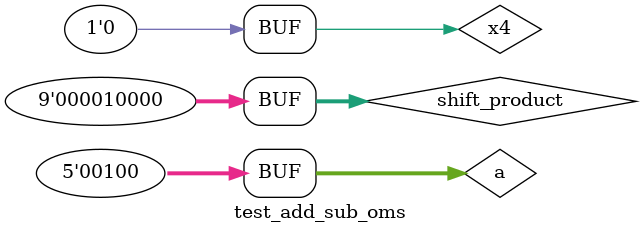
<source format=v>
module test_add_sub_oms;
 reg [8:0] shift_product;
 reg [4:0] a;
 reg x4;
 wire [9:0] product;
 
 
 adder_sub_oms ad_su_om(x4,shift_product,a,product);
 
 initial 
 begin
 shift_product=9'b000101000;a=5'b00101;x4=1'b0;
 #10 shift_product=9'b000010000;a=5'b00100;x4=1'b0;
 end
endmodule  
</source>
